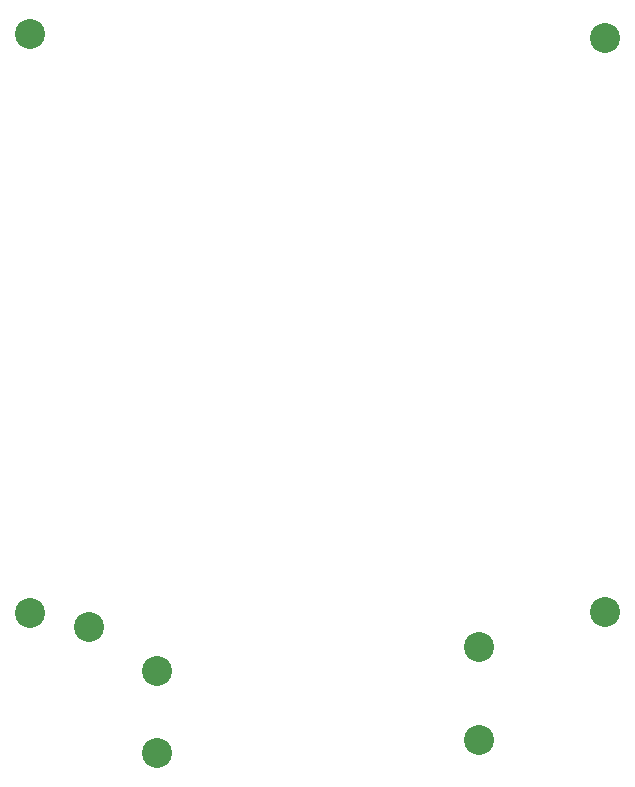
<source format=gbr>
G04 #@! TF.GenerationSoftware,KiCad,Pcbnew,(6.0.2)*
G04 #@! TF.CreationDate,2022-05-10T20:27:20-07:00*
G04 #@! TF.ProjectId,iflfu-middle,69666c66-752d-46d6-9964-646c652e6b69,rev?*
G04 #@! TF.SameCoordinates,Original*
G04 #@! TF.FileFunction,Soldermask,Bot*
G04 #@! TF.FilePolarity,Negative*
%FSLAX46Y46*%
G04 Gerber Fmt 4.6, Leading zero omitted, Abs format (unit mm)*
G04 Created by KiCad (PCBNEW (6.0.2)) date 2022-05-10 20:27:20*
%MOMM*%
%LPD*%
G01*
G04 APERTURE LIST*
%ADD10C,2.540000*%
G04 APERTURE END LIST*
D10*
G04 #@! TO.C,*
X145750000Y-82884717D03*
G04 #@! TD*
G04 #@! TO.C,*
X145750000Y-131884717D03*
G04 #@! TD*
G04 #@! TO.C,*
X194450000Y-131834717D03*
G04 #@! TD*
G04 #@! TO.C,*
X183750000Y-142634717D03*
G04 #@! TD*
G04 #@! TO.C,*
X156450000Y-136784717D03*
G04 #@! TD*
G04 #@! TO.C,*
X150700000Y-133084717D03*
G04 #@! TD*
G04 #@! TO.C,*
X156450000Y-143784717D03*
G04 #@! TD*
G04 #@! TO.C,*
X183750000Y-134769717D03*
G04 #@! TD*
G04 #@! TO.C,*
X194450000Y-83204717D03*
G04 #@! TD*
M02*

</source>
